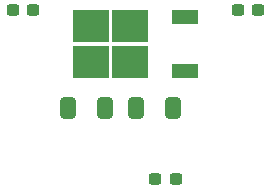
<source format=gbr>
%TF.GenerationSoftware,KiCad,Pcbnew,(6.0.2)*%
%TF.CreationDate,2026-01-28T07:44:18-08:00*%
%TF.ProjectId,i386sx-socket,69333836-7378-42d7-936f-636b65742e6b,1.0*%
%TF.SameCoordinates,Original*%
%TF.FileFunction,Paste,Bot*%
%TF.FilePolarity,Positive*%
%FSLAX46Y46*%
G04 Gerber Fmt 4.6, Leading zero omitted, Abs format (unit mm)*
G04 Created by KiCad (PCBNEW (6.0.2)) date 2026-01-28 07:44:18*
%MOMM*%
%LPD*%
G01*
G04 APERTURE LIST*
G04 Aperture macros list*
%AMRoundRect*
0 Rectangle with rounded corners*
0 $1 Rounding radius*
0 $2 $3 $4 $5 $6 $7 $8 $9 X,Y pos of 4 corners*
0 Add a 4 corners polygon primitive as box body*
4,1,4,$2,$3,$4,$5,$6,$7,$8,$9,$2,$3,0*
0 Add four circle primitives for the rounded corners*
1,1,$1+$1,$2,$3*
1,1,$1+$1,$4,$5*
1,1,$1+$1,$6,$7*
1,1,$1+$1,$8,$9*
0 Add four rect primitives between the rounded corners*
20,1,$1+$1,$2,$3,$4,$5,0*
20,1,$1+$1,$4,$5,$6,$7,0*
20,1,$1+$1,$6,$7,$8,$9,0*
20,1,$1+$1,$8,$9,$2,$3,0*%
G04 Aperture macros list end*
%ADD10R,3.050000X2.750000*%
%ADD11R,2.200000X1.200000*%
%ADD12RoundRect,0.250000X0.412500X0.650000X-0.412500X0.650000X-0.412500X-0.650000X0.412500X-0.650000X0*%
%ADD13RoundRect,0.237500X0.300000X0.237500X-0.300000X0.237500X-0.300000X-0.237500X0.300000X-0.237500X0*%
%ADD14RoundRect,0.237500X-0.300000X-0.237500X0.300000X-0.237500X0.300000X0.237500X-0.300000X0.237500X0*%
G04 APERTURE END LIST*
D10*
%TO.C,U2*%
X145625000Y-81025000D03*
X145625000Y-84075000D03*
X142275000Y-81025000D03*
X142275000Y-84075000D03*
D11*
X150250000Y-80270000D03*
X150250000Y-84830000D03*
%TD*%
D12*
%TO.C,C5*%
X143485000Y-87947500D03*
X140360000Y-87947500D03*
%TD*%
%TO.C,C4*%
X146075000Y-87947500D03*
X149200000Y-87947500D03*
%TD*%
D13*
%TO.C,C3*%
X147727500Y-93980000D03*
X149452500Y-93980000D03*
%TD*%
%TO.C,C2*%
X137387500Y-79692500D03*
X135662500Y-79692500D03*
%TD*%
D14*
%TO.C,C1*%
X156437500Y-79692500D03*
X154712500Y-79692500D03*
%TD*%
M02*

</source>
